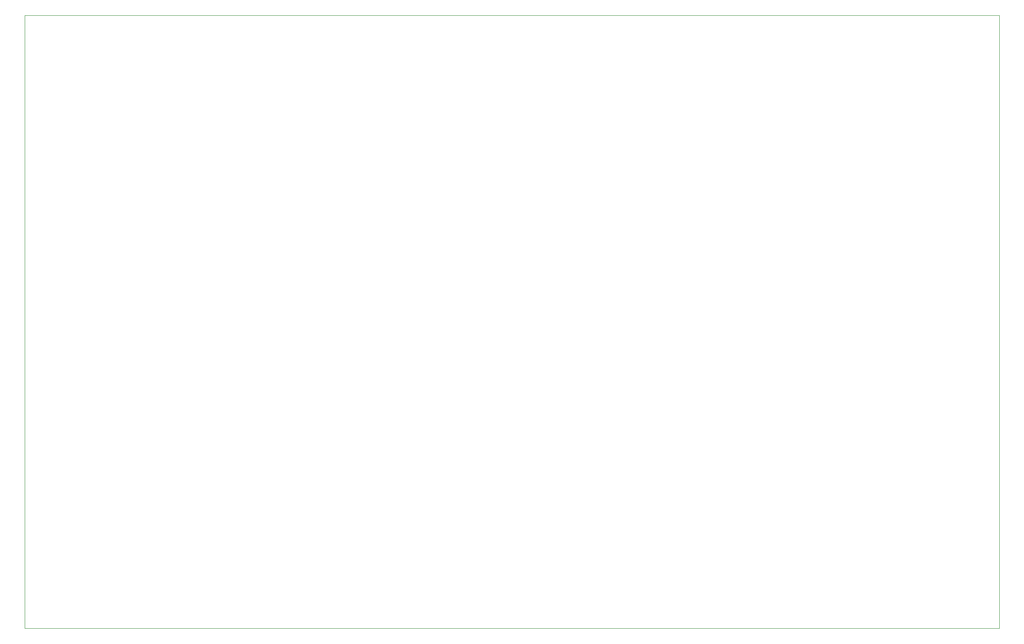
<source format=gbr>
G04 (created by PCBNEW (2013-07-07 BZR 4022)-stable) date 07/02/2017 08:59:05*
%MOIN*%
G04 Gerber Fmt 3.4, Leading zero omitted, Abs format*
%FSLAX34Y34*%
G01*
G70*
G90*
G04 APERTURE LIST*
%ADD10C,0.00590551*%
%ADD11C,0.00393701*%
G04 APERTURE END LIST*
G54D10*
G54D11*
X95250Y-57750D02*
X19000Y-57750D01*
X19000Y-9750D02*
X95250Y-9750D01*
X19000Y-9750D02*
X19000Y-57750D01*
X95250Y-9750D02*
X95250Y-57750D01*
M02*

</source>
